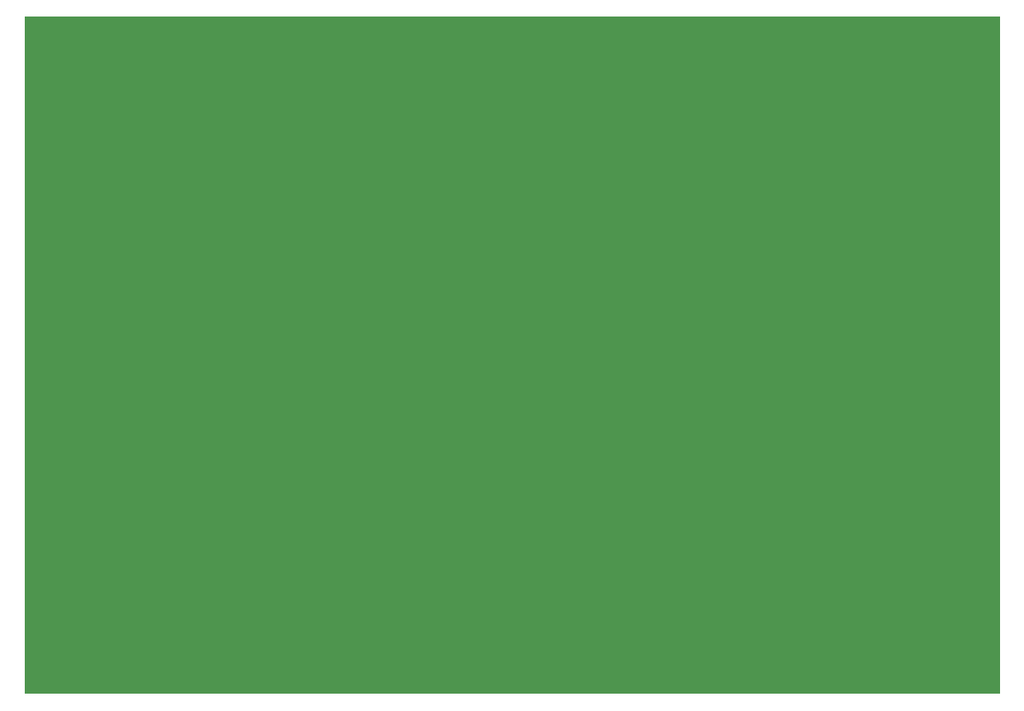
<source format=gbr>
G04 DipTrace 4.3.0.5*
G04 Board.gbr*
%MOMM*%
G04 #@! TF.FileFunction,Drawing,Board polygon*
G04 #@! TF.Part,Single*
%FSLAX35Y35*%
G04*
G71*
G90*
G75*
G01*
G04 BoardPoly*
%LPD*%
G36*
X5000000Y943747D2*
Y-6000000D1*
X-5000000D1*
Y943747D1*
X5000000D1*
G37*
M02*

</source>
